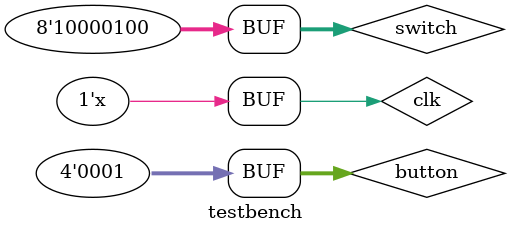
<source format=v>
`timescale 1ns / 1ps
module testbench;
reg clk = 0; //100MHz
reg [7:0] switch = 0;
reg [3:0] button = 0;
wire [3:0] anode;
wire [7:0] cathode;

top UUT (clk, switch, button, anode, cathode);
always #5 clk = ~clk;

initial
begin
#100 switch[3:0] = 4;
#1000 switch [7:4] = 8;
#100 button = 1; 
end
endmodule

</source>
